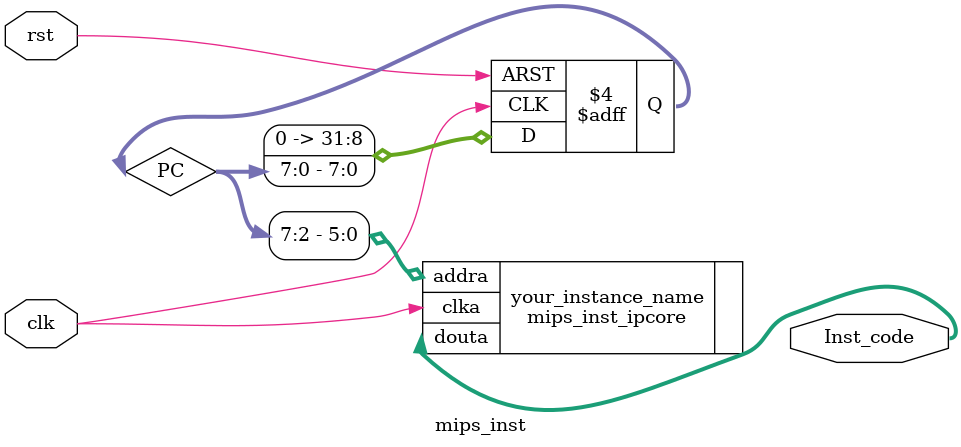
<source format=v>
`timescale 1ns / 1ps
module mips_inst(rst,clk,Inst_code);
	input rst,clk;
	output wire[31:0] Inst_code;
	//output reg[7:0] LED;
	//wire [1:0]choose;
	reg [31:0]PC_new;
	reg [31:0]PC;

	mips_inst_ipcore your_instance_name (
  .clka(clk), // input clka
  .addra(PC[7:2]), // input [5 : 0] addra
  .douta(Inst_code[31:0]) // output [31 : 0] douta
	);
	
	always@(posedge rst or posedge clk)
		begin
			if(rst)
			PC <= 32'h0000_0000;
			else
			//PC <= PC[7:0];
			PC <= {24'h00_0000,PC[7:0]};
		end
	initial PC_new <= PC[31:8]+4;			
endmodule

</source>
